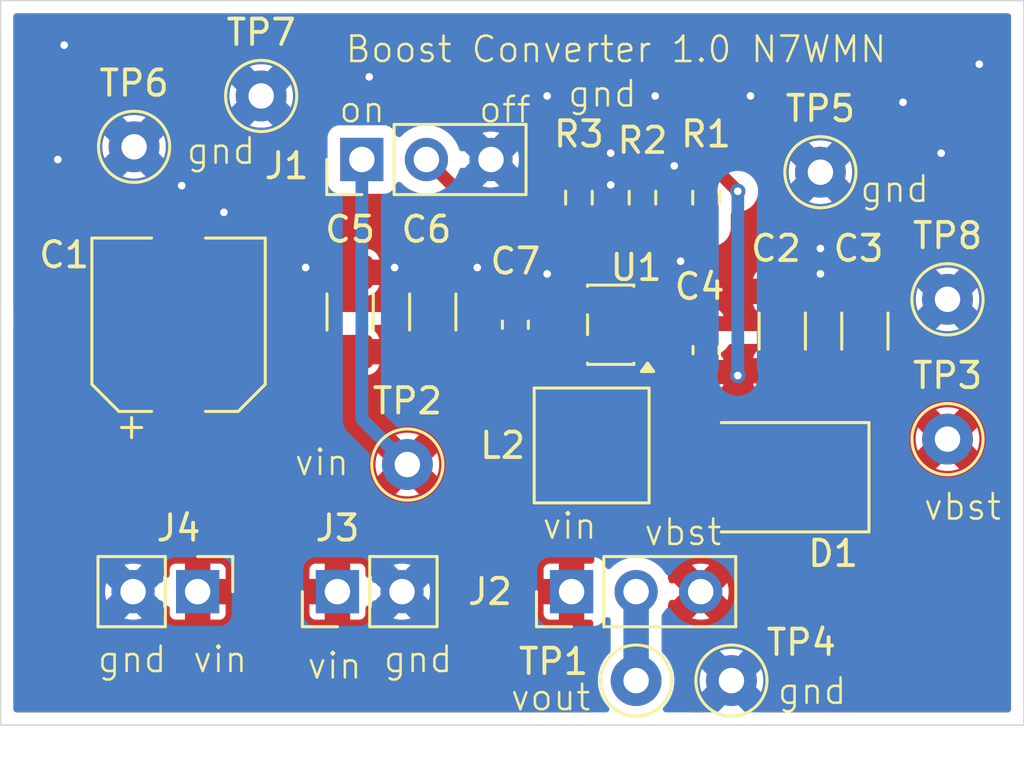
<source format=kicad_pcb>
(kicad_pcb (version 20241229) (generator "pcbnew") (generator_version "9.0")
  (layers (0 "F.Cu" signal) (2 "B.Cu" signal) (13 "F.Paste" user) (15 "B.Paste" user) (5 "F.SilkS" user "F.Silkscreen") (7 "B.SilkS" user "B.Silkscreen") (1 "F.Mask" user) (3 "B.Mask" user) (25 "Edge.Cuts" user))
  (net 0 "")
  (net 1 "/vin")
  (net 2 "GND")
  (net 3 "/vbst")
  (net 4 "Net-(D1-A)")
  (net 5 "Net-(J1-Pin_2)")
  (net 6 "/vout")
  (net 7 "Net-(U1-FB)")
  (footprint "Connector_PinHeader_2.54mm:PinHeader_1x03_P2.54mm_Vertical" (layer "F.Cu") (at 151.71 108.75 90)
    (property "Reference" "J1" (at -0.25 -2.96 180) (layer "F.SilkS"))
    (property "Value" "Conn_01x03")
    (fp_line (start -1.38 -1.38) (end 0 -1.38) (stroke (width 0.12)) (layer "F.SilkS"))
    (fp_line (start -1.38 0) (end -1.38 -1.38) (stroke (width 0.12)) (layer "F.SilkS"))
    (fp_line (start 1.38 1.27) (end 1.38 6.46) (stroke (width 0.12)) (layer "F.SilkS"))
    (fp_line (start -1.38 1.27) (end 1.38 1.27) (stroke (width 0.12)) (layer "F.SilkS"))
    (fp_line (start -1.38 1.27) (end -1.38 6.46) (stroke (width 0.12)) (layer "F.SilkS"))
    (fp_line (start -1.38 6.46) (end 1.38 6.46) (stroke (width 0.12)) (layer "F.SilkS"))
    (pad "1" thru_hole rect (at 0 0 90) (size 1.7 1.7) (drill 1) (layers "*.Cu" "*.Mask") (net 1 "/vin"))
    (pad "2" thru_hole circle (at 0 2.54 90) (size 1.7 1.7) (drill 1) (layers "*.Cu" "*.Mask") (net 5 "Net-(J1-Pin_2)"))
    (pad "3" thru_hole circle (at 0 5.08 90) (size 1.7 1.7) (drill 1) (layers "*.Cu" "*.Mask") (net 2 "GND"))
  )
  (footprint "Diode_SMD:D_SMB" (layer "F.Cu") (at 168 121.25 180)
    (property "Reference" "D1" (at -2.25 -3 0) (layer "F.SilkS"))
    (property "Value" "B240")
    (fp_line (start -3.66 2.15) (end 2.15 2.15) (stroke (width 0.12)) (layer "F.SilkS"))
    (fp_line (start -3.66 -2.15) (end 2.15 -2.15) (stroke (width 0.12)) (layer "F.SilkS"))
    (fp_line (start -3.66 -2.15) (end -3.66 2.15) (stroke (width 0.12)) (layer "F.SilkS"))
    (pad "1" smd roundrect (at -2.15 0 180) (size 2.5 2.3) (layers "F.Cu" "F.Mask" "F.Paste") (roundrect_rratio 0.1086956522) (net 3 "/vbst"))
    (pad "2" smd roundrect (at 2.15 0 180) (size 2.5 2.3) (layers "F.Cu" "F.Mask" "F.Paste") (roundrect_rratio 0.1086956522) (net 4 "Net-(D1-A)"))
  )
  (footprint "Resistor_SMD:R_0603_1608Metric_Pad0.98x0.95mm_HandSolder" (layer "F.Cu") (at 160.25 110.25 90)
    (property "Reference" "R3" (at 2.5 0 180) (layer "F.SilkS"))
    (property "Value" "10K")
    (fp_line (start -0.254724 -0.5225) (end 0.254724 -0.5225) (stroke (width 0.12)) (layer "F.SilkS"))
    (fp_line (start -0.254724 0.5225) (end 0.254724 0.5225) (stroke (width 0.12)) (layer "F.SilkS"))
    (pad "1" smd roundrect (at -0.9125 0 90) (size 0.975 0.95) (layers "F.Cu" "F.Mask" "F.Paste") (net 5 "Net-(J1-Pin_2)"))
    (pad "2" smd roundrect (at 0.9125 0 90) (size 0.975 0.95) (layers "F.Cu" "F.Mask" "F.Paste") (net 2 "GND"))
  )
  (footprint "Capacitor_SMD:C_1206_3216Metric_Pad1.33x1.80mm_HandSolder" (layer "F.Cu") (at 151.25 114.75 90)
    (property "Reference" "C5" (at 3.25 0 180) (layer "F.SilkS"))
    (property "Value" "10uF")
    (fp_line (start -0.711252 -0.91) (end 0.711252 -0.91) (stroke (width 0.12)) (layer "F.SilkS"))
    (fp_line (start -0.711252 0.91) (end 0.711252 0.91) (stroke (width 0.12)) (layer "F.SilkS"))
    (pad "1" smd roundrect (at -1.5625 0 90) (size 1.325 1.8) (layers "F.Cu" "F.Mask" "F.Paste") (roundrect_rratio 0.188679) (net 1 "/vin"))
    (pad "2" smd roundrect (at 1.5625 0 90) (size 1.325 1.8) (layers "F.Cu" "F.Mask" "F.Paste") (roundrect_rratio 0.188679) (net 2 "GND"))
  )
  (footprint "Capacitor_SMD:C_0603_1608Metric_Pad1.08x0.95mm_HandSolder" (layer "F.Cu") (at 165.25 116.25 90)
    (property "Reference" "C4" (at 2.5 -0.25 180) (layer "F.SilkS"))
    (property "Value" "1uF")
    (fp_line (start -0.146267 -0.51) (end 0.146267 -0.51) (stroke (width 0.12)) (layer "F.SilkS"))
    (fp_line (start -0.146267 0.51) (end 0.146267 0.51) (stroke (width 0.12)) (layer "F.SilkS"))
    (pad "1" smd roundrect (at -0.8625 0 90) (size 1.075 0.95) (layers "F.Cu" "F.Mask" "F.Paste") (net 3 "/vbst"))
    (pad "2" smd roundrect (at 0.8625 0 90) (size 1.075 0.95) (layers "F.Cu" "F.Mask" "F.Paste") (net 2 "GND"))
  )
  (footprint "TestPoint:TestPoint_Keystone_5000-5004_Miniature" (layer "F.Cu") (at 162.5 129.25)
    (property "Reference" "TP1" (at -3.25 -0.75 0) (layer "F.SilkS"))
    (property "Value" "VOUT")
    (fp_circle (center 0 0) (end 1.4 0) (stroke (width 0.12)) (fill no) (layer "F.SilkS"))
    (pad "1" thru_hole circle (at 0 0) (size 2 2) (drill 1) (layers "*.Cu" "*.Mask") (net 6 "/vout"))
  )
  (footprint "Resistor_SMD:R_0603_1608Metric_Pad0.98x0.95mm_HandSolder" (layer "F.Cu") (at 162.75 110.25 90)
    (property "Reference" "R2" (at 2.25 0 180) (layer "F.SilkS"))
    (property "Value" "10K")
    (fp_line (start -0.254724 -0.5225) (end 0.254724 -0.5225) (stroke (width 0.12)) (layer "F.SilkS"))
    (fp_line (start -0.254724 0.5225) (end 0.254724 0.5225) (stroke (width 0.12)) (layer "F.SilkS"))
    (pad "1" smd roundrect (at -0.9125 0 90) (size 0.975 0.95) (layers "F.Cu" "F.Mask" "F.Paste") (net 7 "Net-(U1-FB)"))
    (pad "2" smd roundrect (at 0.9125 0 90) (size 0.975 0.95) (layers "F.Cu" "F.Mask" "F.Paste") (net 2 "GND"))
  )
  (footprint "Resistor_SMD:R_0603_1608Metric_Pad0.98x0.95mm_HandSolder" (layer "F.Cu") (at 165.25 110.25 90)
    (property "Reference" "R1" (at 2.5 0 180) (layer "F.SilkS"))
    (property "Value" "121K")
    (fp_line (start -0.254724 -0.5225) (end 0.254724 -0.5225) (stroke (width 0.12)) (layer "F.SilkS"))
    (fp_line (start -0.254724 0.5225) (end 0.254724 0.5225) (stroke (width 0.12)) (layer "F.SilkS"))
    (pad "1" smd roundrect (at -0.9125 0 90) (size 0.975 0.95) (layers "F.Cu" "F.Mask" "F.Paste") (net 7 "Net-(U1-FB)"))
    (pad "2" smd roundrect (at 0.9125 0 90) (size 0.975 0.95) (layers "F.Cu" "F.Mask" "F.Paste") (net 3 "/vbst"))
  )
  (footprint "TestPoint:TestPoint_Keystone_5000-5004_Miniature" (layer "F.Cu") (at 153.5 120.75)
    (property "Reference" "TP2" (at 0 -2.5 0) (layer "F.SilkS"))
    (property "Value" "VIN")
    (fp_circle (center 0 0) (end 1.4 0) (stroke (width 0.12)) (fill no) (layer "F.SilkS"))
    (pad "1" thru_hole circle (at 0 0) (size 2 2) (drill 1) (layers "*.Cu" "*.Mask") (net 1 "/vin"))
  )
  (footprint "TestPoint:TestPoint_Keystone_5000-5004_Miniature" (layer "F.Cu") (at 169.75 109.25)
    (property "Reference" "TP5" (at 0 -2.5 0) (layer "F.SilkS"))
    (property "Value" "GND")
    (fp_circle (center 0 0) (end 1.4 0) (stroke (width 0.12)) (fill no) (layer "F.SilkS"))
    (pad "1" thru_hole circle (at 0 0) (size 2 2) (drill 1) (layers "*.Cu" "*.Mask") (net 2 "GND"))
  )
  (footprint "TestPoint:TestPoint_Keystone_5000-5004_Miniature" (layer "F.Cu") (at 147.75 106.25)
    (property "Reference" "TP7" (at 0 -2.5 0) (layer "F.SilkS"))
    (property "Value" "GND")
    (fp_circle (center 0 0) (end 1.4 0) (stroke (width 0.12)) (fill no) (layer "F.SilkS"))
    (pad "1" thru_hole circle (at 0 0) (size 2 2) (drill 1) (layers "*.Cu" "*.Mask") (net 2 "GND"))
  )
  (footprint "Connector_PinHeader_2.54mm:PinHeader_1x02_P2.54mm_Vertical" (layer "F.Cu") (at 145.25 125.75 -90)
    (property "Reference" "J4" (at -2.5 0.75 180) (layer "F.SilkS"))
    (property "Value" "Conn_01x02")
    (fp_line (start -1.38 3.92) (end 1.38 3.92) (stroke (width 0.12)) (layer "F.SilkS"))
    (fp_line (start -1.38 1.27) (end -1.38 3.92) (stroke (width 0.12)) (layer "F.SilkS"))
    (fp_line (start -1.38 1.27) (end 1.38 1.27) (stroke (width 0.12)) (layer "F.SilkS"))
    (fp_line (start 1.38 1.27) (end 1.38 3.92) (stroke (width 0.12)) (layer "F.SilkS"))
    (fp_line (start -1.38 0) (end -1.38 -1.38) (stroke (width 0.12)) (layer "F.SilkS"))
    (fp_line (start -1.38 -1.38) (end 0 -1.38) (stroke (width 0.12)) (layer "F.SilkS"))
    (pad "1" thru_hole rect (at 0 0 270) (size 1.7 1.7) (drill 1) (layers "*.Cu" "*.Mask") (net 1 "/vin"))
    (pad "2" thru_hole circle (at 0 2.54 270) (size 1.7 1.7) (drill 1) (layers "*.Cu" "*.Mask") (net 2 "GND"))
  )
  (footprint "Capacitor_SMD:C_1206_3216Metric_Pad1.33x1.80mm_HandSolder" (layer "F.Cu") (at 154.5 114.75 90)
    (property "Reference" "C6" (at 3.25 -0.25 180) (layer "F.SilkS"))
    (property "Value" "10uF")
    (fp_line (start -0.711252 -0.91) (end 0.711252 -0.91) (stroke (width 0.12)) (layer "F.SilkS"))
    (fp_line (start -0.711252 0.91) (end 0.711252 0.91) (stroke (width 0.12)) (layer "F.SilkS"))
    (pad "1" smd roundrect (at -1.5625 0 90) (size 1.325 1.8) (layers "F.Cu" "F.Mask" "F.Paste") (roundrect_rratio 0.188679) (net 1 "/vin"))
    (pad "2" smd roundrect (at 1.5625 0 90) (size 1.325 1.8) (layers "F.Cu" "F.Mask" "F.Paste") (roundrect_rratio 0.188679) (net 2 "GND"))
  )
  (footprint "TestPoint:TestPoint_Keystone_5000-5004_Miniature" (layer "F.Cu") (at 174.75 114.25)
    (property "Reference" "TP8" (at 0 -2.5 0) (layer "F.SilkS"))
    (property "Value" "GND")
    (fp_circle (center 0 0) (end 1.4 0) (stroke (width 0.12)) (fill no) (layer "F.SilkS"))
    (pad "1" thru_hole circle (at 0 0) (size 2 2) (drill 1) (layers "*.Cu" "*.Mask") (net 2 "GND"))
  )
  (footprint "Connector_PinHeader_2.54mm:PinHeader_1x02_P2.54mm_Vertical" (layer "F.Cu") (at 150.75 125.75 90)
    (property "Reference" "J3" (at 2.5 0 180) (layer "F.SilkS"))
    (property "Value" "Conn_01x02")
    (fp_line (start -1.38 -1.38) (end 0 -1.38) (stroke (width 0.12)) (layer "F.SilkS"))
    (fp_line (start -1.38 0) (end -1.38 -1.38) (stroke (width 0.12)) (layer "F.SilkS"))
    (fp_line (start 1.38 1.27) (end 1.38 3.92) (stroke (width 0.12)) (layer "F.SilkS"))
    (fp_line (start -1.38 1.27) (end 1.38 1.27) (stroke (width 0.12)) (layer "F.SilkS"))
    (fp_line (start -1.38 1.27) (end -1.38 3.92) (stroke (width 0.12)) (layer "F.SilkS"))
    (fp_line (start -1.38 3.92) (end 1.38 3.92) (stroke (width 0.12)) (layer "F.SilkS"))
    (pad "1" thru_hole rect (at 0 0 90) (size 1.7 1.7) (drill 1) (layers "*.Cu" "*.Mask") (net 1 "/vin"))
    (pad "2" thru_hole circle (at 0 2.54 90) (size 1.7 1.7) (drill 1) (layers "*.Cu" "*.Mask") (net 2 "GND"))
  )
  (footprint "TestPoint:TestPoint_Keystone_5000-5004_Miniature" (layer "F.Cu") (at 174.75 119.75)
    (property "Reference" "TP3" (at 0 -2.5 0) (layer "F.SilkS"))
    (property "Value" "VBST")
    (fp_circle (center 0 0) (end 1.4 0) (stroke (width 0.12)) (fill no) (layer "F.SilkS"))
    (pad "1" thru_hole circle (at 0 0) (size 2 2) (drill 1) (layers "*.Cu" "*.Mask") (net 3 "/vbst"))
  )
  (footprint "TestPoint:TestPoint_Keystone_5000-5004_Miniature" (layer "F.Cu") (at 142.75 108.25)
    (property "Reference" "TP6" (at 0 -2.5 0) (layer "F.SilkS"))
    (property "Value" "GND")
    (fp_circle (center 0 0) (end 1.4 0) (stroke (width 0.12)) (fill no) (layer "F.SilkS"))
    (pad "1" thru_hole circle (at 0 0) (size 2 2) (drill 1) (layers "*.Cu" "*.Mask") (net 2 "GND"))
  )
  (footprint "Capacitor_SMD:C_1206_3216Metric_Pad1.33x1.80mm_HandSolder" (layer "F.Cu") (at 171.5 115.5 90)
    (property "Reference" "C3" (at 3.25 -0.25 180) (layer "F.SilkS"))
    (property "Value" "10uF")
    (fp_line (start -0.711252 -0.91) (end 0.711252 -0.91) (stroke (width 0.12)) (layer "F.SilkS"))
    (fp_line (start -0.711252 0.91) (end 0.711252 0.91) (stroke (width 0.12)) (layer "F.SilkS"))
    (pad "1" smd roundrect (at -1.5625 0 90) (size 1.325 1.8) (layers "F.Cu" "F.Mask" "F.Paste") (roundrect_rratio 0.188679) (net 3 "/vbst"))
    (pad "2" smd roundrect (at 1.5625 0 90) (size 1.325 1.8) (layers "F.Cu" "F.Mask" "F.Paste") (roundrect_rratio 0.188679) (net 2 "GND"))
  )
  (footprint "Inductor_SMD:L_Coilcraft_XAL4030-XXX" (layer "F.Cu") (at 160.75 120)
    (property "Reference" "L2" (at -3.5 0 0) (layer "F.SilkS"))
    (property "Value" "4.7uH")
    (fp_line (start -2.26 -2.26) (end 2.26 -2.26) (stroke (width 0.12)) (layer "F.SilkS"))
    (fp_line (start -2.26 2.26) (end -2.26 -2.26) (stroke (width 0.12)) (layer "F.SilkS"))
    (fp_line (start 2.26 -2.26) (end 2.26 2.26) (stroke (width 0.12)) (layer "F.SilkS"))
    (fp_line (start 2.26 2.26) (end -2.26 2.26) (stroke (width 0.12)) (layer "F.SilkS"))
    (pad "1" smd roundrect (at -1.185 0) (size 0.98 3.4) (layers "F.Cu" "F.Mask" "F.Paste") (net 1 "/vin"))
    (pad "2" smd roundrect (at 1.185 0) (size 0.98 3.4) (layers "F.Cu" "F.Mask" "F.Paste") (net 4 "Net-(D1-A)"))
  )
  (footprint "Package_TO_SOT_SMD:SOT-23-5" (layer "F.Cu") (at 161.5 115.25 180)
    (property "Reference" "U1" (at -1 2.25 0) (layer "F.SilkS"))
    (property "Value" "TLV61047DDC")
    (fp_line (start 0.91 1.56) (end -0.91 1.56) (stroke (width 0.12)) (layer "F.SilkS"))
    (fp_line (start 0.91 1.51) (end 0.91 1.56) (stroke (width 0.12)) (layer "F.SilkS"))
    (fp_line (start 0.91 -0.39) (end 0.91 0.39) (stroke (width 0.12)) (layer "F.SilkS"))
    (fp_line (start 0.91 -1.56) (end 0.91 -1.51) (stroke (width 0.12)) (layer "F.SilkS"))
    (fp_line (start -0.91 1.56) (end -0.91 1.51) (stroke (width 0.12)) (layer "F.SilkS"))
    (fp_line (start -0.91 -1.51) (end -0.91 -1.56) (stroke (width 0.12)) (layer "F.SilkS"))
    (fp_line (start -0.91 -1.56) (end 0.91 -1.56) (stroke (width 0.12)) (layer "F.SilkS"))
    (fp_poly (pts (xy -1.45 -1.51) (xy -1.69 -1.84) (xy -1.21 -1.84)) (stroke (width 0.12)) (fill yes) (layer "F.SilkS"))
    (pad "1" smd roundrect (at -1.1375 -0.95 180) (size 1.325 0.6) (layers "F.Cu" "F.Mask" "F.Paste") (net 4 "Net-(D1-A)"))
    (pad "2" smd roundrect (at -1.1375 0 180) (size 1.325 0.6) (layers "F.Cu" "F.Mask" "F.Paste") (net 2 "GND"))
    (pad "3" smd roundrect (at -1.1375 0.95 180) (size 1.325 0.6) (layers "F.Cu" "F.Mask" "F.Paste") (net 7 "Net-(U1-FB)"))
    (pad "4" smd roundrect (at 1.1375 0.95 180) (size 1.325 0.6) (layers "F.Cu" "F.Mask" "F.Paste") (net 5 "Net-(J1-Pin_2)"))
    (pad "5" smd roundrect (at 1.1375 -0.95 180) (size 1.325 0.6) (layers "F.Cu" "F.Mask" "F.Paste") (net 1 "/vin"))
  )
  (footprint "Capacitor_SMD:CP_Elec_6.3x5.8" (layer "F.Cu") (at 144.5 115.25 90)
    (property "Reference" "C1" (at 2.75 -4.5 180) (layer "F.SilkS"))
    (property "Value" "47uF")
    (fp_line (start 3.41 -3.41) (end 3.41 -1.06) (stroke (width 0.12)) (layer "F.SilkS"))
    (fp_line (start -2.345563 -3.41) (end 3.41 -3.41) (stroke (width 0.12)) (layer "F.SilkS"))
    (fp_line (start -3.41 -2.345563) (end -2.345563 -3.41) (stroke (width 0.12)) (layer "F.SilkS"))
    (fp_line (start -3.41 -2.345563) (end -3.41 -1.06) (stroke (width 0.12)) (layer "F.SilkS"))
    (fp_line (start -4.04375 -2.24125) (end -4.04375 -1.45375) (stroke (width 0.12)) (layer "F.SilkS"))
    (fp_line (start -4.4375 -1.8475) (end -3.65 -1.8475) (stroke (width 0.12)) (layer "F.SilkS"))
    (fp_line (start -3.41 2.345563) (end -3.41 1.06) (stroke (width 0.12)) (layer "F.SilkS"))
    (fp_line (start -3.41 2.345563) (end -2.345563 3.41) (stroke (width 0.12)) (layer "F.SilkS"))
    (fp_line (start 3.41 3.41) (end 3.41 1.06) (stroke (width 0.12)) (layer "F.SilkS"))
    (fp_line (start -2.345563 3.41) (end 3.41 3.41) (stroke (width 0.12)) (layer "F.SilkS"))
    (pad "1" smd roundrect (at -2.7 0 90) (size 3.5 1.6) (layers "F.Cu" "F.Mask" "F.Paste") (roundrect_rratio 0.15625) (net 1 "/vin"))
    (pad "2" smd roundrect (at 2.7 0 90) (size 3.5 1.6) (layers "F.Cu" "F.Mask" "F.Paste") (roundrect_rratio 0.15625) (net 2 "GND"))
  )
  (footprint "Capacitor_SMD:C_1206_3216Metric_Pad1.33x1.80mm_HandSolder" (layer "F.Cu") (at 168.25 115.5 90)
    (property "Reference" "C2" (at 3.25 -0.25 180) (layer "F.SilkS"))
    (property "Value" "10uF")
    (fp_line (start -0.711252 -0.91) (end 0.711252 -0.91) (stroke (width 0.12)) (layer "F.SilkS"))
    (fp_line (start -0.711252 0.91) (end 0.711252 0.91) (stroke (width 0.12)) (layer "F.SilkS"))
    (pad "1" smd roundrect (at -1.5625 0 90) (size 1.325 1.8) (layers "F.Cu" "F.Mask" "F.Paste") (roundrect_rratio 0.188679) (net 3 "/vbst"))
    (pad "2" smd roundrect (at 1.5625 0 90) (size 1.325 1.8) (layers "F.Cu" "F.Mask" "F.Paste") (roundrect_rratio 0.188679) (net 2 "GND"))
  )
  (footprint "Capacitor_SMD:C_0603_1608Metric_Pad1.08x0.95mm_HandSolder" (layer "F.Cu") (at 157.75 115.25 90)
    (property "Reference" "C7" (at 2.5 0 180) (layer "F.SilkS"))
    (property "Value" "1uF")
    (fp_line (start -0.146267 -0.51) (end 0.146267 -0.51) (stroke (width 0.12)) (layer "F.SilkS"))
    (fp_line (start -0.146267 0.51) (end 0.146267 0.51) (stroke (width 0.12)) (layer "F.SilkS"))
    (pad "1" smd roundrect (at -0.8625 0 90) (size 1.075 0.95) (layers "F.Cu" "F.Mask" "F.Paste") (net 1 "/vin"))
    (pad "2" smd roundrect (at 0.8625 0 90) (size 1.075 0.95) (layers "F.Cu" "F.Mask" "F.Paste") (net 2 "GND"))
  )
  (footprint "TestPoint:TestPoint_Keystone_5000-5004_Miniature" (layer "F.Cu") (at 166.25 129.25)
    (property "Reference" "TP4" (at 2.75 -1.5 0) (layer "F.SilkS"))
    (property "Value" "GND")
    (fp_circle (center 0 0) (end 1.4 0) (stroke (width 0.12)) (fill no) (layer "F.SilkS"))
    (pad "1" thru_hole circle (at 0 0) (size 2 2) (drill 1) (layers "*.Cu" "*.Mask") (net 2 "GND"))
  )
  (footprint "Connector_PinHeader_2.54mm:PinHeader_1x03_P2.54mm_Vertical" (layer "F.Cu") (at 159.96 125.75 90)
    (property "Reference" "J2" (at 0 -3.21 180) (layer "F.SilkS"))
    (property "Value" "Conn_01x03")
    (fp_line (start -1.38 -1.38) (end 0 -1.38) (stroke (width 0.12)) (layer "F.SilkS"))
    (fp_line (start -1.38 0) (end -1.38 -1.38) (stroke (width 0.12)) (layer "F.SilkS"))
    (fp_line (start 1.38 1.27) (end 1.38 6.46) (stroke (width 0.12)) (layer "F.SilkS"))
    (fp_line (start -1.38 1.27) (end 1.38 1.27) (stroke (width 0.12)) (layer "F.SilkS"))
    (fp_line (start -1.38 1.27) (end -1.38 6.46) (stroke (width 0.12)) (layer "F.SilkS"))
    (fp_line (start -1.38 6.46) (end 1.38 6.46) (stroke (width 0.12)) (layer "F.SilkS"))
    (pad "1" thru_hole rect (at 0 0 90) (size 1.7 1.7) (drill 1) (layers "*.Cu" "*.Mask") (net 1 "/vin"))
    (pad "2" thru_hole circle (at 0 2.54 90) (size 1.7 1.7) (drill 1) (layers "*.Cu" "*.Mask") (net 6 "/vout"))
    (pad "3" thru_hole circle (at 0 5.08 90) (size 1.7 1.7) (drill 1) (layers "*.Cu" "*.Mask") (net 3 "/vbst"))
  )
  (gr_rect (start 137.5 102.5) (end 177.75 131) (stroke (width 0.05)) (fill no) (layer "Edge.Cuts"))
  (gr_text "gnd" (at 168 130.25 0) (layer "F.SilkS") (effects (font (size 1 1) (thickness 0.1)) (justify left bottom)))
  (gr_text "vin" (at 149.5 129.25 0) (layer "F.SilkS") (effects (font (size 1 1) (thickness 0.1)) (justify left bottom)))
  (gr_text "vbst" (at 173.75 123 0) (layer "F.SilkS") (effects (font (size 1 1) (thickness 0.1)) (justify left bottom)))
  (gr_text "gnd" (at 141.25 129 0) (layer "F.SilkS") (effects (font (size 1 1) (thickness 0.1)) (justify left bottom)))
  (gr_text "vin" (at 158.75 123.75 0) (layer "F.SilkS") (effects (font (size 1 1) (thickness 0.1)) (justify left bottom)))
  (gr_text "gnd" (at 159.75 106.75 0) (layer "F.SilkS") (effects (font (size 1 1) (thickness 0.1)) (justify left bottom)))
  (gr_text "vin" (at 145 129 0) (layer "F.SilkS") (effects (font (size 1 1) (thickness 0.1)) (justify left bottom)))
  (gr_text "vbst" (at 162.75 124 0) (layer "F.SilkS") (effects (font (size 1 1) (thickness 0.1)) (justify left bottom)))
  (gr_text "on" (at 150.75 107.37 0) (layer "F.SilkS") (effects (font (size 1 1) (thickness 0.1)) (justify left bottom)))
  (gr_text "off" (at 156.25 107.37 0) (layer "F.SilkS") (effects (font (size 1 1) (thickness 0.1)) (justify left bottom)))
  (gr_text "vin" (at 149 121.25 0) (layer "F.SilkS") (effects (font (size 1 1) (thickness 0.1)) (justify left bottom)))
  (gr_text "vout" (at 157.5 130.5 0) (layer "F.SilkS") (effects (font (size 1 1) (thickness 0.1)) (justify left bottom)))
  (gr_text "gnd" (at 144.75 109 0) (layer "F.SilkS") (effects (font (size 1 1) (thickness 0.1)) (justify left bottom)))
  (gr_text "gnd" (at 171.25 110.5 0) (layer "F.SilkS") (effects (font (size 1 1) (thickness 0.1)) (justify left bottom)))
  (gr_text "gnd" (at 152.5 129 0) (layer "F.SilkS") (effects (font (size 1 1) (thickness 0.1)) (justify left bottom)))
  (gr_text "Boost Converter 1.0 N7WMN" (at 151 105 0) (layer "F.SilkS") (effects (font (size 1 1) (thickness 0.1)) (justify left bottom)))
  (segment (start 151.71 108.75) (end 151.71 118.96) (width 0.5) (layer "B.Cu") (net 1))
  (segment (start 151.71 118.96) (end 153.5 120.75) (width 0.5) (layer "B.Cu") (net 1))
  (via (at 140 104.25) (size 0.6) (drill 0.3) (layers "F.Cu" "B.Cu") (net 2))
  (via (at 144.624412 109.779401) (size 0.6) (drill 0.3) (layers "F.Cu" "B.Cu") (net 2))
  (via (at 156.25 113) (size 0.6) (drill 0.3) (layers "F.Cu" "B.Cu") (net 2))
  (via (at 169.75 112.25) (size 0.6) (drill 0.3) (layers "F.Cu" "B.Cu") (net 2))
  (via (at 163.25 106.25) (size 0.6) (drill 0.3) (layers "F.Cu" "B.Cu") (net 2))
  (via (at 169.75 113.25) (size 0.6) (drill 0.3) (layers "F.Cu" "B.Cu") (net 2))
  (via (at 164.25 112.75) (size 0.6) (drill 0.3) (layers "F.Cu" "B.Cu") (net 2))
  (via (at 167 106.25) (size 0.6) (drill 0.3) (layers "F.Cu" "B.Cu") (net 2))
  (via (at 159 106.25) (size 0.6) (drill 0.3) (layers "F.Cu" "B.Cu") (net 2))
  (via (at 176 105) (size 0.6) (drill 0.3) (layers "F.Cu" "B.Cu") (net 2))
  (via (at 146.283375 110.828451) (size 0.6) (drill 0.3) (layers "F.Cu" "B.Cu") (net 2))
  (via (at 161.5 109.75) (size 0.6) (drill 0.3) (layers "F.Cu" "B.Cu") (net 2))
  (via (at 149.5 113) (size 0.6) (drill 0.3) (layers "F.Cu" "B.Cu") (net 2))
  (via (at 153 113) (size 0.6) (drill 0.3) (layers "F.Cu" "B.Cu") (net 2))
  (via (at 161.5 108.5) (size 0.6) (drill 0.3) (layers "F.Cu" "B.Cu") (net 2))
  (via (at 159 113.25) (size 0.6) (drill 0.3) (layers "F.Cu" "B.Cu") (net 2))
  (via (at 164 109) (size 0.6) (drill 0.3) (layers "F.Cu" "B.Cu") (net 2))
  (via (at 152 105.5) (size 0.6) (drill 0.3) (layers "F.Cu" "B.Cu") (net 2))
  (via (at 139.75 108.75) (size 0.6) (drill 0.3) (layers "F.Cu" "B.Cu") (net 2))
  (via (at 174.5 108.5) (size 0.6) (drill 0.3) (layers "F.Cu" "B.Cu") (net 2))
  (via (at 173 106.5) (size 0.6) (drill 0.3) (layers "F.Cu" "B.Cu") (net 2))
  (segment (start 165.25 109.3375) (end 165.8375 109.3375) (width 0.5) (layer "F.Cu") (net 3))
  (segment (start 166.5 117.25) (end 166.5 117.5) (width 0.5) (layer "F.Cu") (net 3))
  (segment (start 165.8375 109.3375) (end 166.5 110) (width 0.5) (layer "F.Cu") (net 3))
  (via (at 166.5 110) (size 0.6) (drill 0.3) (layers "F.Cu" "B.Cu") (net 3))
  (via (at 166.5 117.25) (size 0.6) (drill 0.3) (layers "F.Cu" "B.Cu") (net 3))
  (segment (start 166.5 110) (end 166.5 117.25) (width 0.5) (layer "B.Cu") (net 3))
  (segment (start 160.3625 114.3) (end 160.3625 111.275) (width 0.5) (layer "F.Cu") (net 5))
  (segment (start 160.3625 111.275) (end 160.25 111.1625) (width 0.5) (layer "F.Cu") (net 5))
  (segment (start 156.6625 111.1625) (end 160.25 111.1625) (width 0.5) (layer "F.Cu") (net 5))
  (segment (start 154.25 108.75) (end 156.6625 111.1625) (width 0.5) (layer "F.Cu") (net 5))
  (segment (start 162.5 125.75) (end 162.5 129.25) (width 1) (layer "B.Cu") (net 6))
  (segment (start 162.75 111.1625) (end 165.25 111.1625) (width 0.5) (layer "F.Cu") (net 7))
  (segment (start 162.6375 111.275) (end 162.75 111.1625) (width 0.5) (layer "F.Cu") (net 7))
  (segment (start 162.6375 114.3) (end 162.6375 111.275) (width 0.5) (layer "F.Cu") (net 7))
  (zone (net 2) (net_name "GND") (layer "F.Cu") (priority 3) (connect_pads (clearance 0.5)) (min_thickness 0.25) (fill yes (thermal_gap 0.25) (thermal_bridge_width 1))
    (polygon (pts (xy 137.5 102.5) (xy 137.5 114.75) (xy 161.25 114.75) (xy 161.75 115.5) (xy 177.75 115.5) (xy 177.75 102.5)))
  )
  (zone (net 1) (net_name "/vin") (layer "F.Cu") (connect_pads (clearance 0.5)) (min_thickness 0.25) (fill yes (thermal_gap 0.25) (thermal_bridge_width 1))
    (polygon (pts (xy 137.5 115.25) (xy 161 115.25) (xy 160.75 131) (xy 137.5 131)))
  )
  (zone (net 3) (net_name "/vbst") (layer "F.Cu") (priority 1) (connect_pads (clearance 0.5)) (min_thickness 0.25) (fill yes (thermal_gap 0.25) (thermal_bridge_width 1))
    (polygon (pts (xy 164 118.5) (xy 164 115.75) (xy 173.25 115.75) (xy 177.75 115.75) (xy 177.75 131) (xy 164.75 131) (xy 163.75 127) (xy 163.75 123.25) (xy 168 123.25) (xy 168 118.5)))
  )
  (zone (net 4) (net_name "Net-(D1-A)") (layer "F.Cu") (priority 2) (connect_pads (clearance 0.5)) (min_thickness 0.25) (fill yes (thermal_gap 0.25) (thermal_bridge_width 1))
    (polygon (pts (xy 161.25 115.75) (xy 163.75 115.75) (xy 163.75 119.5) (xy 167.5 119.5) (xy 167.5 123) (xy 161.25 123)))
  )
  (zone (net 2) (net_name "GND") (layer "B.Cu") (priority 4) (connect_pads (clearance 0.5)) (min_thickness 0.25) (fill yes (thermal_gap 0.25) (thermal_bridge_width 1))
    (polygon (pts (xy 137.5 102.5) (xy 177.75 102.5) (xy 177.75 131) (xy 137.5 131)))
  )
)
</source>
